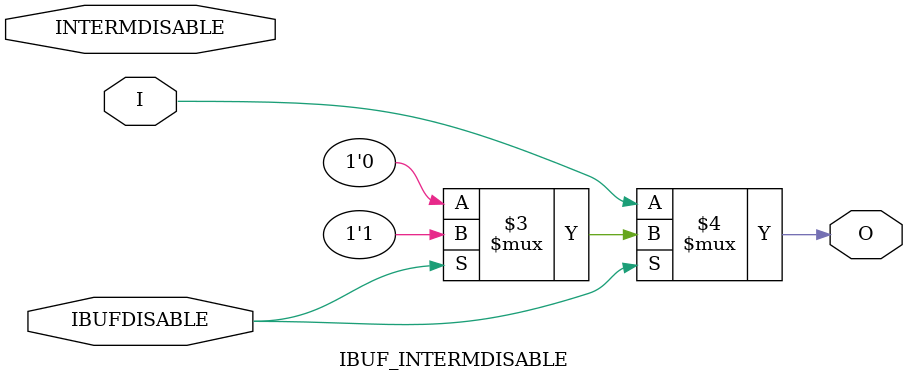
<source format=v>

`timescale  1 ps / 1 ps

`celldefine

module IBUF_INTERMDISABLE (O, I, IBUFDISABLE, INTERMDISABLE);

    parameter IBUF_LOW_PWR = "TRUE";
    parameter IOSTANDARD = "DEFAULT";
    parameter SIM_DEVICE = "7SERIES";
    parameter USE_IBUFDISABLE = "TRUE";
`ifdef XIL_TIMING
    parameter LOC = "UNPLACED";
`endif // `ifdef XIL_TIMING
    
    output O;

    input  I;
    input  IBUFDISABLE;
    input  INTERMDISABLE;

    generate
       case (USE_IBUFDISABLE)
          "TRUE" :  begin
                        assign O = (IBUFDISABLE == 0)? I : (IBUFDISABLE == 1)? 1'b1  : 1'b0;
                    end
          "FALSE" : begin
                        assign O = I;
                    end
       endcase
    endgenerate

endmodule

`endcelldefine

</source>
